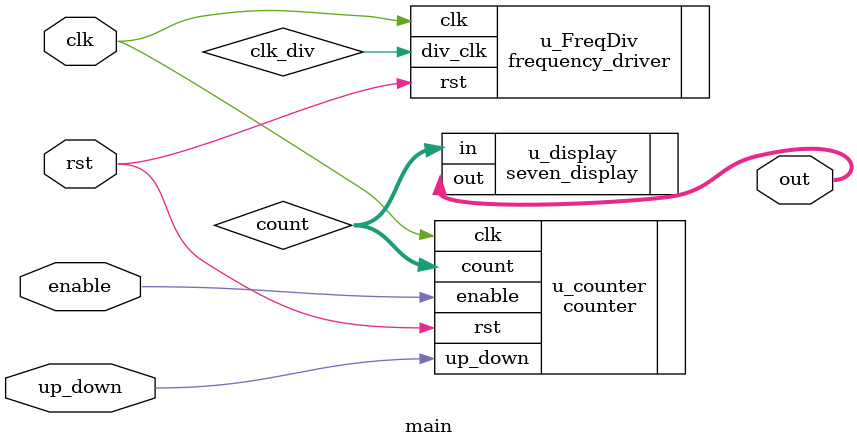
<source format=v>
module main(
    input clk,           // clock
    input rst,           // reset
    input up_down,       // up == 1, down == 0
    input enable,        // if enable == 0, count will stop
    output [6:0] out     // 七段顯示的輸出
);

wire clk_div;           // clock transfer from frequency_driver
wire [3:0] count;       // count

// frequency driver（50MHz → 1Hz）
frequency_driver u_FreqDiv (
    .clk(clk), 
    .rst(rst), 
    .div_clk(clk_div)
);

// counter
counter u_counter(
    .clk(clk), // 若使用 fpga 請轉換為 clk_div
    .rst(rst), 
    .up_down(up_down), 
    .enable(enable),
    .count(count)
);

// 七段顯示器
seven_display u_display(
    .in(count), 
    .out(out)
);

endmodule
</source>
